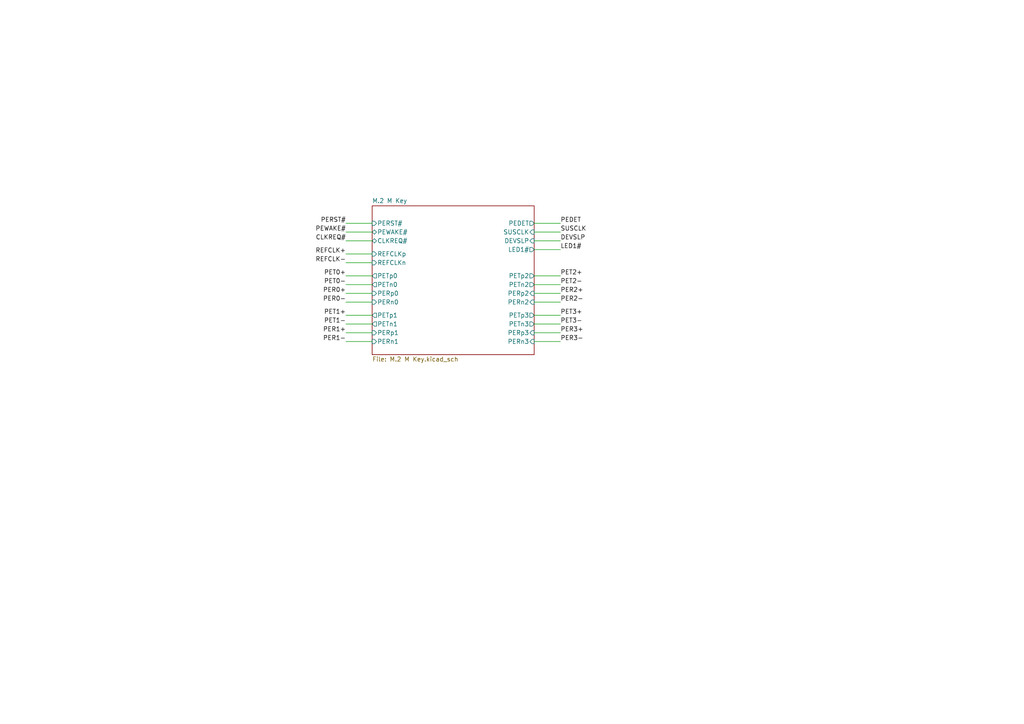
<source format=kicad_sch>
(kicad_sch
	(version 20250114)
	(generator "eeschema")
	(generator_version "9.0")
	(uuid "1646a8b2-c07c-4f7d-b009-d69eb6a13cbe")
	(paper "A4")
	(lib_symbols)
	(wire
		(pts
			(xy 154.94 99.06) (xy 162.56 99.06)
		)
		(stroke
			(width 0)
			(type default)
		)
		(uuid "17098c7f-9921-4eba-9cd2-9fefeaa219dd")
	)
	(wire
		(pts
			(xy 154.94 72.39) (xy 162.56 72.39)
		)
		(stroke
			(width 0)
			(type default)
		)
		(uuid "18769ef5-7592-4d87-a11f-f9298c8d8552")
	)
	(wire
		(pts
			(xy 154.94 80.01) (xy 162.56 80.01)
		)
		(stroke
			(width 0)
			(type default)
		)
		(uuid "1a0abc0a-48a6-4215-a6e1-75211f2bec6e")
	)
	(wire
		(pts
			(xy 154.94 67.31) (xy 162.56 67.31)
		)
		(stroke
			(width 0)
			(type default)
		)
		(uuid "1c7d01a9-24a7-417e-a6d1-4c6cc97f541c")
	)
	(wire
		(pts
			(xy 100.33 64.77) (xy 107.95 64.77)
		)
		(stroke
			(width 0)
			(type default)
		)
		(uuid "26ed57d7-de3d-4e33-9ac6-4f8727e29fd8")
	)
	(wire
		(pts
			(xy 154.94 69.85) (xy 162.56 69.85)
		)
		(stroke
			(width 0)
			(type default)
		)
		(uuid "40c14447-f1db-4722-a863-239147e4b748")
	)
	(wire
		(pts
			(xy 100.33 96.52) (xy 107.95 96.52)
		)
		(stroke
			(width 0)
			(type default)
		)
		(uuid "4c3f3035-ff59-4a97-b109-ff8c7690b257")
	)
	(wire
		(pts
			(xy 154.94 87.63) (xy 162.56 87.63)
		)
		(stroke
			(width 0)
			(type default)
		)
		(uuid "7d1dc02f-2278-4e3d-9bc5-8d971f668884")
	)
	(wire
		(pts
			(xy 100.33 80.01) (xy 107.95 80.01)
		)
		(stroke
			(width 0)
			(type default)
		)
		(uuid "8bb72406-071a-4337-a61d-3105e57151e0")
	)
	(wire
		(pts
			(xy 100.33 67.31) (xy 107.95 67.31)
		)
		(stroke
			(width 0)
			(type default)
		)
		(uuid "8e34dd79-90be-4da4-9402-9c67334588cc")
	)
	(wire
		(pts
			(xy 154.94 96.52) (xy 162.56 96.52)
		)
		(stroke
			(width 0)
			(type default)
		)
		(uuid "9070465c-a8cd-406a-8f1a-efea7a687ed4")
	)
	(wire
		(pts
			(xy 154.94 93.98) (xy 162.56 93.98)
		)
		(stroke
			(width 0)
			(type default)
		)
		(uuid "949d5483-9629-4d2e-98e3-d4db66092f18")
	)
	(wire
		(pts
			(xy 100.33 82.55) (xy 107.95 82.55)
		)
		(stroke
			(width 0)
			(type default)
		)
		(uuid "a40fedd6-4e3b-404a-b3b5-d2f18cbacbef")
	)
	(wire
		(pts
			(xy 100.33 91.44) (xy 107.95 91.44)
		)
		(stroke
			(width 0)
			(type default)
		)
		(uuid "a70b29fd-1538-4cf2-8d32-0719c99586ec")
	)
	(wire
		(pts
			(xy 100.33 85.09) (xy 107.95 85.09)
		)
		(stroke
			(width 0)
			(type default)
		)
		(uuid "a89b8261-cd30-43ac-9a2d-c00d4f37ddfd")
	)
	(wire
		(pts
			(xy 100.33 76.2) (xy 107.95 76.2)
		)
		(stroke
			(width 0)
			(type default)
		)
		(uuid "ab16b204-3363-4362-b64a-12f481cd2a3f")
	)
	(wire
		(pts
			(xy 100.33 73.66) (xy 107.95 73.66)
		)
		(stroke
			(width 0)
			(type default)
		)
		(uuid "ae15cbc6-85a9-48df-aaa7-81b0e04ceb31")
	)
	(wire
		(pts
			(xy 154.94 64.77) (xy 162.56 64.77)
		)
		(stroke
			(width 0)
			(type default)
		)
		(uuid "b657ec87-cf4f-40b1-9ae1-f8d2b6f425e6")
	)
	(wire
		(pts
			(xy 100.33 69.85) (xy 107.95 69.85)
		)
		(stroke
			(width 0)
			(type default)
		)
		(uuid "c5da5b19-79fc-4a4d-9fd0-397a78ffda13")
	)
	(wire
		(pts
			(xy 100.33 87.63) (xy 107.95 87.63)
		)
		(stroke
			(width 0)
			(type default)
		)
		(uuid "d6fa1e17-95f1-4287-b22c-73e3a2f9d6f1")
	)
	(wire
		(pts
			(xy 100.33 93.98) (xy 107.95 93.98)
		)
		(stroke
			(width 0)
			(type default)
		)
		(uuid "df645c94-398c-4e5d-b32e-84401395c2a4")
	)
	(wire
		(pts
			(xy 154.94 82.55) (xy 162.56 82.55)
		)
		(stroke
			(width 0)
			(type default)
		)
		(uuid "e0b42c73-9743-4b3f-807b-71595edbf21a")
	)
	(wire
		(pts
			(xy 154.94 91.44) (xy 162.56 91.44)
		)
		(stroke
			(width 0)
			(type default)
		)
		(uuid "e72032c7-514c-4fd5-98f2-d9414233c8dd")
	)
	(wire
		(pts
			(xy 154.94 85.09) (xy 162.56 85.09)
		)
		(stroke
			(width 0)
			(type default)
		)
		(uuid "f0b1845f-1d64-4d45-b0bf-618ea9ac7c39")
	)
	(wire
		(pts
			(xy 100.33 99.06) (xy 107.95 99.06)
		)
		(stroke
			(width 0)
			(type default)
		)
		(uuid "fa93338a-eec4-40ee-b900-be53393a76d9")
	)
	(label "REFCLK-"
		(at 100.33 76.2 180)
		(effects
			(font
				(size 1.27 1.27)
			)
			(justify right bottom)
		)
		(uuid "00abc291-f682-4bde-a084-35731cedb4b3")
	)
	(label "PERST#"
		(at 100.33 64.77 180)
		(effects
			(font
				(size 1.27 1.27)
			)
			(justify right bottom)
		)
		(uuid "10346f4a-5f63-4170-837a-26e54fc9b024")
	)
	(label "PER0+"
		(at 100.33 85.09 180)
		(effects
			(font
				(size 1.27 1.27)
			)
			(justify right bottom)
		)
		(uuid "1120009e-a7b6-47f1-9a7d-e2a806e40bf3")
	)
	(label "PER2+"
		(at 162.56 85.09 0)
		(effects
			(font
				(size 1.27 1.27)
			)
			(justify left bottom)
		)
		(uuid "118dfc06-8a63-4913-9b59-e5d1f05245a8")
	)
	(label "CLKREQ#"
		(at 100.33 69.85 180)
		(effects
			(font
				(size 1.27 1.27)
			)
			(justify right bottom)
		)
		(uuid "261d8775-4849-4739-9957-f8a7e24ae297")
	)
	(label "DEVSLP"
		(at 162.56 69.85 0)
		(effects
			(font
				(size 1.27 1.27)
			)
			(justify left bottom)
		)
		(uuid "37646777-0997-4909-82c3-d77014e91c64")
	)
	(label "PEWAKE#"
		(at 100.33 67.31 180)
		(effects
			(font
				(size 1.27 1.27)
			)
			(justify right bottom)
		)
		(uuid "396e2821-2337-409d-a26a-d8235fbba9db")
	)
	(label "PER1+"
		(at 100.33 96.52 180)
		(effects
			(font
				(size 1.27 1.27)
			)
			(justify right bottom)
		)
		(uuid "604f02a2-fa1d-4cd7-88c6-cea77cf22c73")
	)
	(label "PET2+"
		(at 162.56 80.01 0)
		(effects
			(font
				(size 1.27 1.27)
			)
			(justify left bottom)
		)
		(uuid "7076b2b6-caa6-4348-b1f8-bf965df6cb72")
	)
	(label "PET2-"
		(at 162.56 82.55 0)
		(effects
			(font
				(size 1.27 1.27)
			)
			(justify left bottom)
		)
		(uuid "710a0c45-0c59-47a0-9595-a172347d51aa")
	)
	(label "PER3+"
		(at 162.56 96.52 0)
		(effects
			(font
				(size 1.27 1.27)
			)
			(justify left bottom)
		)
		(uuid "743f82dc-68b4-4a20-a08a-3b6d29dff581")
	)
	(label "PET0+"
		(at 100.33 80.01 180)
		(effects
			(font
				(size 1.27 1.27)
			)
			(justify right bottom)
		)
		(uuid "81b9c990-e32f-4d20-a078-5052aec50b70")
	)
	(label "PER1-"
		(at 100.33 99.06 180)
		(effects
			(font
				(size 1.27 1.27)
			)
			(justify right bottom)
		)
		(uuid "9f44519d-8a43-472a-aa26-d81320387357")
	)
	(label "PER3-"
		(at 162.56 99.06 0)
		(effects
			(font
				(size 1.27 1.27)
			)
			(justify left bottom)
		)
		(uuid "9fd05fa7-efe0-4a04-8cb5-cef9de5fb27a")
	)
	(label "LED1#"
		(at 162.56 72.39 0)
		(effects
			(font
				(size 1.27 1.27)
			)
			(justify left bottom)
		)
		(uuid "a0398954-a602-424c-b284-8d02099eaf44")
	)
	(label "REFCLK+"
		(at 100.33 73.66 180)
		(effects
			(font
				(size 1.27 1.27)
			)
			(justify right bottom)
		)
		(uuid "bcb922be-d1ec-4e05-9550-82923f6e8f86")
	)
	(label "PET3-"
		(at 162.56 93.98 0)
		(effects
			(font
				(size 1.27 1.27)
			)
			(justify left bottom)
		)
		(uuid "c556fcd5-1df6-4344-8b80-7490c0768e31")
	)
	(label "PET1+"
		(at 100.33 91.44 180)
		(effects
			(font
				(size 1.27 1.27)
			)
			(justify right bottom)
		)
		(uuid "cac8193f-f462-4fb5-aea4-85e2e32a8ba2")
	)
	(label "PET0-"
		(at 100.33 82.55 180)
		(effects
			(font
				(size 1.27 1.27)
			)
			(justify right bottom)
		)
		(uuid "caca5dbd-4915-4df2-a9dd-36fc17ce74b4")
	)
	(label "PEDET"
		(at 162.56 64.77 0)
		(effects
			(font
				(size 1.27 1.27)
			)
			(justify left bottom)
		)
		(uuid "d4144083-82c8-43b9-af37-9415c9713714")
	)
	(label "PER2-"
		(at 162.56 87.63 0)
		(effects
			(font
				(size 1.27 1.27)
			)
			(justify left bottom)
		)
		(uuid "d46ea0a2-78e8-4eb8-b001-d601eaebd368")
	)
	(label "PER0-"
		(at 100.33 87.63 180)
		(effects
			(font
				(size 1.27 1.27)
			)
			(justify right bottom)
		)
		(uuid "d57d9664-af9a-439d-a63f-352908e5f0e8")
	)
	(label "PET3+"
		(at 162.56 91.44 0)
		(effects
			(font
				(size 1.27 1.27)
			)
			(justify left bottom)
		)
		(uuid "dc78d530-330f-41c6-87a4-5fd4674e90ef")
	)
	(label "SUSCLK"
		(at 162.56 67.31 0)
		(effects
			(font
				(size 1.27 1.27)
			)
			(justify left bottom)
		)
		(uuid "df36521e-ab75-4432-9d05-c4ba2136f5dd")
	)
	(label "PET1-"
		(at 100.33 93.98 180)
		(effects
			(font
				(size 1.27 1.27)
			)
			(justify right bottom)
		)
		(uuid "e70fa39f-8b6e-4c51-8771-8e052fafa9d4")
	)
	(sheet
		(at 107.95 59.69)
		(size 46.99 43.18)
		(exclude_from_sim no)
		(in_bom yes)
		(on_board yes)
		(dnp no)
		(fields_autoplaced yes)
		(stroke
			(width 0.1524)
			(type solid)
		)
		(fill
			(color 0 0 0 0.0000)
		)
		(uuid "63519646-dcc0-4eb2-a912-36e68cdd7779")
		(property "Sheetname" "M.2 M Key"
			(at 107.95 58.9784 0)
			(effects
				(font
					(size 1.27 1.27)
				)
				(justify left bottom)
			)
		)
		(property "Sheetfile" "M.2 M Key.kicad_sch"
			(at 107.95 103.4546 0)
			(effects
				(font
					(size 1.27 1.27)
				)
				(justify left top)
			)
		)
		(pin "PERST#" input
			(at 107.95 64.77 180)
			(uuid "720545a2-5318-4f56-a2d0-0fe538d75d5b")
			(effects
				(font
					(size 1.27 1.27)
				)
				(justify left)
			)
		)
		(pin "PEWAKE#" bidirectional
			(at 107.95 67.31 180)
			(uuid "a4f72d28-3c22-4f5d-8bb7-12c3a065282d")
			(effects
				(font
					(size 1.27 1.27)
				)
				(justify left)
			)
		)
		(pin "CLKREQ#" bidirectional
			(at 107.95 69.85 180)
			(uuid "e0fba897-f8f2-4760-9e28-85310cfbef85")
			(effects
				(font
					(size 1.27 1.27)
				)
				(justify left)
			)
		)
		(pin "REFCLKp" input
			(at 107.95 73.66 180)
			(uuid "18f8f07d-6b63-48be-b2a5-76276b9b438c")
			(effects
				(font
					(size 1.27 1.27)
				)
				(justify left)
			)
		)
		(pin "REFCLKn" input
			(at 107.95 76.2 180)
			(uuid "c049a91a-57cb-4bb3-b2be-1b7b3db29c1a")
			(effects
				(font
					(size 1.27 1.27)
				)
				(justify left)
			)
		)
		(pin "PETp0" output
			(at 107.95 80.01 180)
			(uuid "7ee612a7-305a-451a-962d-23e4892ecc4f")
			(effects
				(font
					(size 1.27 1.27)
				)
				(justify left)
			)
		)
		(pin "PERp0" input
			(at 107.95 85.09 180)
			(uuid "e524525c-b9a3-404f-822f-7bba143ca730")
			(effects
				(font
					(size 1.27 1.27)
				)
				(justify left)
			)
		)
		(pin "PETn0" output
			(at 107.95 82.55 180)
			(uuid "67072f18-b17b-428f-b53a-b4155815bef4")
			(effects
				(font
					(size 1.27 1.27)
				)
				(justify left)
			)
		)
		(pin "PERn0" input
			(at 107.95 87.63 180)
			(uuid "12163d5a-81c2-4b0b-a218-7c314d801ff4")
			(effects
				(font
					(size 1.27 1.27)
				)
				(justify left)
			)
		)
		(pin "PETp1" output
			(at 107.95 91.44 180)
			(uuid "abacebe6-b9b9-49ec-8a10-806117c55e5a")
			(effects
				(font
					(size 1.27 1.27)
				)
				(justify left)
			)
		)
		(pin "PETn1" output
			(at 107.95 93.98 180)
			(uuid "6e28de67-3727-4720-a640-ec74694ab80a")
			(effects
				(font
					(size 1.27 1.27)
				)
				(justify left)
			)
		)
		(pin "PERn1" input
			(at 107.95 99.06 180)
			(uuid "8b328fe4-d2fc-4c56-a2f4-a7a1fada4873")
			(effects
				(font
					(size 1.27 1.27)
				)
				(justify left)
			)
		)
		(pin "PERp1" input
			(at 107.95 96.52 180)
			(uuid "dd11c940-8739-4fe9-b445-cf1d79c0c908")
			(effects
				(font
					(size 1.27 1.27)
				)
				(justify left)
			)
		)
		(pin "PETn2" output
			(at 154.94 82.55 0)
			(uuid "d12d1772-fdda-4630-89c0-d1d2f0d9d41b")
			(effects
				(font
					(size 1.27 1.27)
				)
				(justify right)
			)
		)
		(pin "PETp2" output
			(at 154.94 80.01 0)
			(uuid "df676984-2051-403c-9b30-34b595657d34")
			(effects
				(font
					(size 1.27 1.27)
				)
				(justify right)
			)
		)
		(pin "PERp2" input
			(at 154.94 85.09 0)
			(uuid "00a113b1-8659-4a97-8344-e5f1c0e37fc8")
			(effects
				(font
					(size 1.27 1.27)
				)
				(justify right)
			)
		)
		(pin "PERn2" input
			(at 154.94 87.63 0)
			(uuid "fb467e50-7266-4acb-a9b0-afd0a0cab0dc")
			(effects
				(font
					(size 1.27 1.27)
				)
				(justify right)
			)
		)
		(pin "PETp3" output
			(at 154.94 91.44 0)
			(uuid "0b27885b-9164-406d-bf4d-dbeb6d5e878e")
			(effects
				(font
					(size 1.27 1.27)
				)
				(justify right)
			)
		)
		(pin "PETn3" output
			(at 154.94 93.98 0)
			(uuid "c53218c1-2d83-44b9-a794-35944240eb94")
			(effects
				(font
					(size 1.27 1.27)
				)
				(justify right)
			)
		)
		(pin "PERn3" input
			(at 154.94 99.06 0)
			(uuid "ca56989b-66ab-4958-b2ba-e905a5961b26")
			(effects
				(font
					(size 1.27 1.27)
				)
				(justify right)
			)
		)
		(pin "PERp3" input
			(at 154.94 96.52 0)
			(uuid "2c5538c5-5e65-4424-9275-c86b43dd7429")
			(effects
				(font
					(size 1.27 1.27)
				)
				(justify right)
			)
		)
		(pin "PEDET" output
			(at 154.94 64.77 0)
			(uuid "903726d0-94fb-4d0d-9c2d-eb16e2225d74")
			(effects
				(font
					(size 1.27 1.27)
				)
				(justify right)
			)
		)
		(pin "SUSCLK" input
			(at 154.94 67.31 0)
			(uuid "b72e35c4-6b51-4db0-b0fa-a44a2e5a8a95")
			(effects
				(font
					(size 1.27 1.27)
				)
				(justify right)
			)
		)
		(pin "DEVSLP" input
			(at 154.94 69.85 0)
			(uuid "80be5601-bb17-4a53-9c47-a6a98ee7f266")
			(effects
				(font
					(size 1.27 1.27)
				)
				(justify right)
			)
		)
		(pin "LED1#" output
			(at 154.94 72.39 0)
			(uuid "32623b45-5ce8-4351-8036-2710370fcea0")
			(effects
				(font
					(size 1.27 1.27)
				)
				(justify right)
			)
		)
		(instances
			(project "M.2 M Key 2230"
				(path "/1646a8b2-c07c-4f7d-b009-d69eb6a13cbe"
					(page "2")
				)
			)
		)
	)
	(sheet_instances
		(path "/"
			(page "1")
		)
	)
	(embedded_fonts no)
)

</source>
